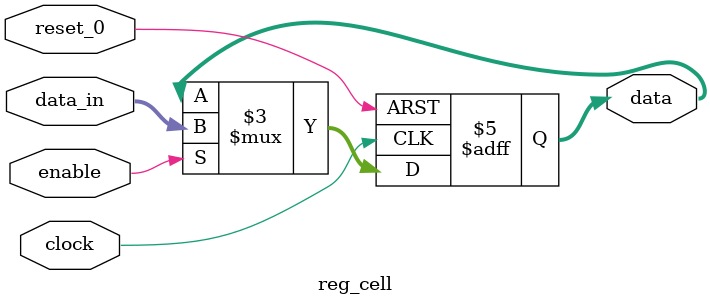
<source format=v>
/*
	
	Computer System (1) ------ Final Project
	MIPS 5-Level Pipeline CPU (Advanced)

	Author: 	Xu Yifei	&	Zhang Yiyi
	Stu. ID:	5130309056	&	5132409031
	Class: 		F1324004(ACM2013)
	College:	Zhiyuan College
	University: Shanghai Jiao Tong University

	File type:	Verilog --- Module
	File name:	Register Cell 
	Note:		A single register with 32 bits.
				P138, P51

	Version:
        0.1     2015/6/6    Version Alpha;
		
*/

module reg_cell (clock, reset_0, enable, data_in, data);

	input 	[31:0]	data_in;
	input	clock, reset_0, enable;
	output	[31:0]	data;
	reg 	[31:0]	data;

	always @(negedge reset_0 or posedge clock)
		if (reset_0 == 0) begin
			data <= 32'hFFFFFFFC;
		end else begin
			if (enable) data <= data_in;
		end

endmodule
</source>
